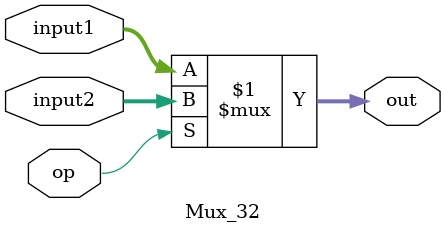
<source format=v>
`timescale 1ns / 1ps
module Mux_32(input1, input2, op, out);

input [31:0]input1;
input [31:0]input2;
input op;
output [31:0]out;

assign out = (op )? input2 : input1;


endmodule

</source>
